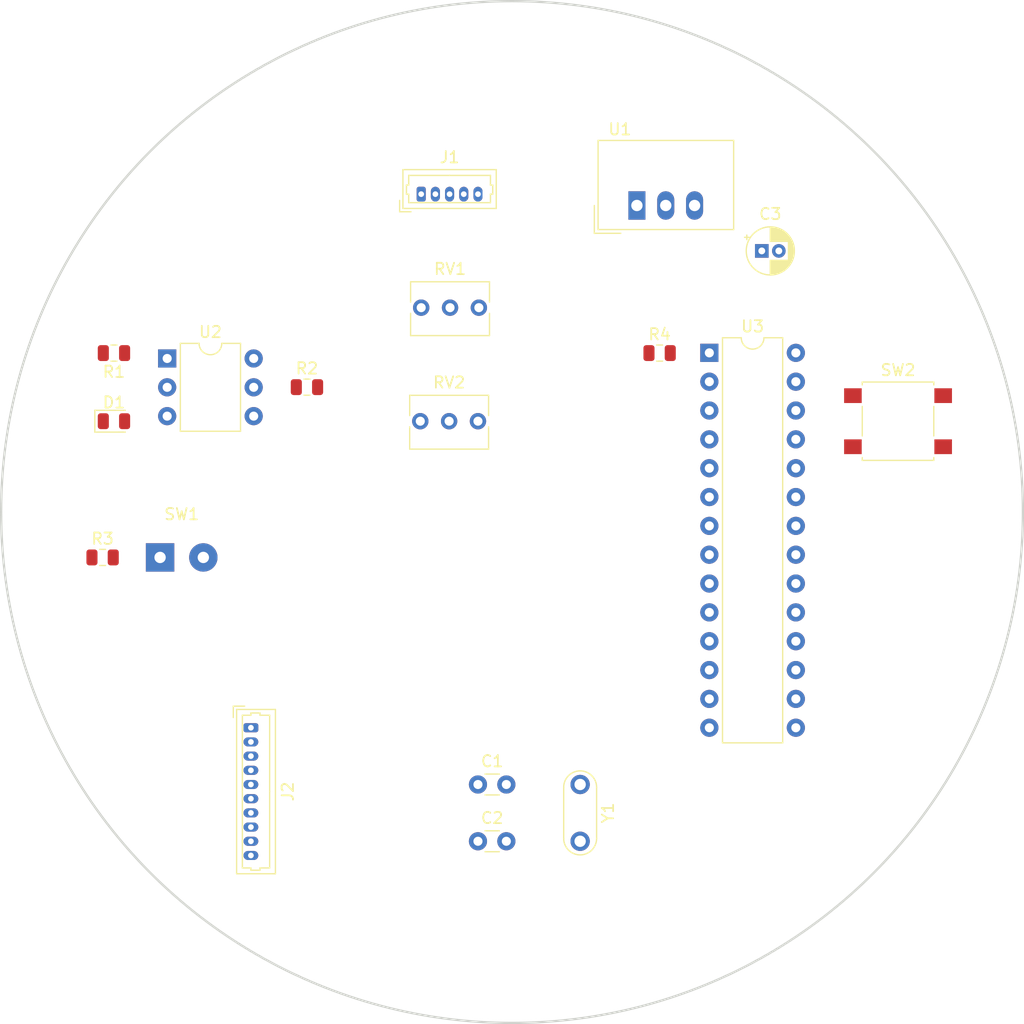
<source format=kicad_pcb>
(kicad_pcb (version 20171130) (host pcbnew "(5.0.1)-4")

  (general
    (thickness 1.6)
    (drawings 1)
    (tracks 0)
    (zones 0)
    (modules 18)
    (nets 23)
  )

  (page A4)
  (layers
    (0 F.Cu signal)
    (31 B.Cu signal)
    (32 B.Adhes user)
    (33 F.Adhes user)
    (34 B.Paste user)
    (35 F.Paste user)
    (36 B.SilkS user)
    (37 F.SilkS user)
    (38 B.Mask user)
    (39 F.Mask user)
    (40 Dwgs.User user)
    (41 Cmts.User user)
    (42 Eco1.User user)
    (43 Eco2.User user)
    (44 Edge.Cuts user)
    (45 Margin user)
    (46 B.CrtYd user)
    (47 F.CrtYd user)
    (48 B.Fab user)
    (49 F.Fab user)
  )

  (setup
    (last_trace_width 0.25)
    (trace_clearance 0.2)
    (zone_clearance 0.508)
    (zone_45_only no)
    (trace_min 0.2)
    (segment_width 0.2)
    (edge_width 0.15)
    (via_size 0.8)
    (via_drill 0.4)
    (via_min_size 0.4)
    (via_min_drill 0.3)
    (uvia_size 0.3)
    (uvia_drill 0.1)
    (uvias_allowed no)
    (uvia_min_size 0.2)
    (uvia_min_drill 0.1)
    (pcb_text_width 0.3)
    (pcb_text_size 1.5 1.5)
    (mod_edge_width 0.15)
    (mod_text_size 1 1)
    (mod_text_width 0.15)
    (pad_size 1.524 1.524)
    (pad_drill 0.762)
    (pad_to_mask_clearance 0.051)
    (solder_mask_min_width 0.25)
    (aux_axis_origin 0 0)
    (visible_elements 7FFFFFFF)
    (pcbplotparams
      (layerselection 0x010fc_ffffffff)
      (usegerberextensions false)
      (usegerberattributes false)
      (usegerberadvancedattributes false)
      (creategerberjobfile false)
      (excludeedgelayer true)
      (linewidth 0.100000)
      (plotframeref false)
      (viasonmask false)
      (mode 1)
      (useauxorigin false)
      (hpglpennumber 1)
      (hpglpenspeed 20)
      (hpglpendiameter 15.000000)
      (psnegative false)
      (psa4output false)
      (plotreference true)
      (plotvalue true)
      (plotinvisibletext false)
      (padsonsilk false)
      (subtractmaskfromsilk false)
      (outputformat 1)
      (mirror false)
      (drillshape 1)
      (scaleselection 1)
      (outputdirectory ""))
  )

  (net 0 "")
  (net 1 GND)
  (net 2 +5V)
  (net 3 +12V)
  (net 4 /OIL_TEMP)
  (net 5 /AFR)
  (net 6 /TACHO)
  (net 7 /STEP_1)
  (net 8 /STEP_2)
  (net 9 /STEP_3)
  (net 10 /STEP_4)
  (net 11 /XTAL1)
  (net 12 /XTAL2)
  (net 13 "Net-(D1-Pad1)")
  (net 14 "Net-(D1-Pad2)")
  (net 15 "Net-(R1-Pad1)")
  (net 16 /MODE_BUTTON)
  (net 17 /LCD_CS)
  (net 18 /LCD_RD)
  (net 19 /LCD_WR)
  (net 20 /LCD_DATA)
  (net 21 "Net-(R4-Pad2)")
  (net 22 /BATTERY_VOLTAGE)

  (net_class Default "This is the default net class."
    (clearance 0.2)
    (trace_width 0.25)
    (via_dia 0.8)
    (via_drill 0.4)
    (uvia_dia 0.3)
    (uvia_drill 0.1)
    (add_net +12V)
    (add_net +5V)
    (add_net /AFR)
    (add_net /BATTERY_VOLTAGE)
    (add_net /LCD_CS)
    (add_net /LCD_DATA)
    (add_net /LCD_RD)
    (add_net /LCD_WR)
    (add_net /MODE_BUTTON)
    (add_net /OIL_TEMP)
    (add_net /STEP_1)
    (add_net /STEP_2)
    (add_net /STEP_3)
    (add_net /STEP_4)
    (add_net /TACHO)
    (add_net /XTAL1)
    (add_net /XTAL2)
    (add_net GND)
    (add_net "Net-(D1-Pad1)")
    (add_net "Net-(D1-Pad2)")
    (add_net "Net-(R1-Pad1)")
    (add_net "Net-(R4-Pad2)")
  )

  (module Converter_DCDC:Converter_DCDC_TRACO_TSR-1_THT (layer F.Cu) (tedit 59FE1FB7) (tstamp 5CEAFCDE)
    (at 161 73)
    (descr "DCDC-Converter, TRACO, TSR 1-xxxx")
    (tags "DCDC-Converter TRACO TSR-1")
    (path /5CD27AA7)
    (fp_text reference U1 (at -1.5 -6.71) (layer F.SilkS)
      (effects (font (size 1 1) (thickness 0.15)))
    )
    (fp_text value TSR_1-2450 (at 2.5 3.25) (layer F.Fab)
      (effects (font (size 1 1) (thickness 0.15)))
    )
    (fp_text user %R (at 3 -3) (layer F.Fab)
      (effects (font (size 1 1) (thickness 0.15)))
    )
    (fp_line (start -3.75 2.45) (end -1.42 2.45) (layer F.SilkS) (width 0.12))
    (fp_line (start -3.75 0) (end -3.75 2.45) (layer F.SilkS) (width 0.12))
    (fp_line (start -3.3 1) (end -2.3 2) (layer F.Fab) (width 0.1))
    (fp_line (start -3.3 1) (end -3.3 -5.6) (layer F.Fab) (width 0.1))
    (fp_line (start 8.4 2) (end 8.4 -5.6) (layer F.Fab) (width 0.1))
    (fp_line (start -3.3 -5.6) (end 8.4 -5.6) (layer F.Fab) (width 0.1))
    (fp_line (start -3.55 2.25) (end -3.55 -5.85) (layer F.CrtYd) (width 0.05))
    (fp_line (start 8.65 2.25) (end -3.55 2.25) (layer F.CrtYd) (width 0.05))
    (fp_line (start 8.65 -5.85) (end 8.65 2.25) (layer F.CrtYd) (width 0.05))
    (fp_line (start -3.55 -5.85) (end 8.65 -5.85) (layer F.CrtYd) (width 0.05))
    (fp_line (start 8.52 2.12) (end -3.42 2.12) (layer F.SilkS) (width 0.12))
    (fp_line (start 8.52 -5.73) (end 8.52 2.12) (layer F.SilkS) (width 0.12))
    (fp_line (start -3.42 -5.73) (end 8.52 -5.73) (layer F.SilkS) (width 0.12))
    (fp_line (start -3.42 2.12) (end -3.42 -5.73) (layer F.SilkS) (width 0.12))
    (fp_line (start -2.3 2) (end 8.4 2) (layer F.Fab) (width 0.1))
    (pad 1 thru_hole rect (at 0 0) (size 1.5 2.5) (drill 1) (layers *.Cu *.Mask)
      (net 3 +12V))
    (pad 2 thru_hole oval (at 2.54 0) (size 1.5 2.5) (drill 1) (layers *.Cu *.Mask)
      (net 1 GND))
    (pad 3 thru_hole oval (at 5.08 0) (size 1.5 2.5) (drill 1) (layers *.Cu *.Mask)
      (net 2 +5V))
    (model ${KISYS3DMOD}/Converter_DCDC.3dshapes/Converter_DCDC_TRACO_TSR-1_THT.wrl
      (at (xyz 0 0 0))
      (scale (xyz 1 1 1))
      (rotate (xyz 0 0 0))
    )
  )

  (module Package_DIP:DIP-6_W7.62mm (layer F.Cu) (tedit 5A02E8C5) (tstamp 5CEAFCF8)
    (at 119.625001 86.475001)
    (descr "6-lead though-hole mounted DIP package, row spacing 7.62 mm (300 mils)")
    (tags "THT DIP DIL PDIP 2.54mm 7.62mm 300mil")
    (path /5CD27C48)
    (fp_text reference U2 (at 3.81 -2.33) (layer F.SilkS)
      (effects (font (size 1 1) (thickness 0.15)))
    )
    (fp_text value 4N25 (at 3.81 7.41) (layer F.Fab)
      (effects (font (size 1 1) (thickness 0.15)))
    )
    (fp_arc (start 3.81 -1.33) (end 2.81 -1.33) (angle -180) (layer F.SilkS) (width 0.12))
    (fp_line (start 1.635 -1.27) (end 6.985 -1.27) (layer F.Fab) (width 0.1))
    (fp_line (start 6.985 -1.27) (end 6.985 6.35) (layer F.Fab) (width 0.1))
    (fp_line (start 6.985 6.35) (end 0.635 6.35) (layer F.Fab) (width 0.1))
    (fp_line (start 0.635 6.35) (end 0.635 -0.27) (layer F.Fab) (width 0.1))
    (fp_line (start 0.635 -0.27) (end 1.635 -1.27) (layer F.Fab) (width 0.1))
    (fp_line (start 2.81 -1.33) (end 1.16 -1.33) (layer F.SilkS) (width 0.12))
    (fp_line (start 1.16 -1.33) (end 1.16 6.41) (layer F.SilkS) (width 0.12))
    (fp_line (start 1.16 6.41) (end 6.46 6.41) (layer F.SilkS) (width 0.12))
    (fp_line (start 6.46 6.41) (end 6.46 -1.33) (layer F.SilkS) (width 0.12))
    (fp_line (start 6.46 -1.33) (end 4.81 -1.33) (layer F.SilkS) (width 0.12))
    (fp_line (start -1.1 -1.55) (end -1.1 6.6) (layer F.CrtYd) (width 0.05))
    (fp_line (start -1.1 6.6) (end 8.7 6.6) (layer F.CrtYd) (width 0.05))
    (fp_line (start 8.7 6.6) (end 8.7 -1.55) (layer F.CrtYd) (width 0.05))
    (fp_line (start 8.7 -1.55) (end -1.1 -1.55) (layer F.CrtYd) (width 0.05))
    (fp_text user %R (at 3.81 2.54) (layer F.Fab)
      (effects (font (size 1 1) (thickness 0.15)))
    )
    (pad 1 thru_hole rect (at 0 0) (size 1.6 1.6) (drill 0.8) (layers *.Cu *.Mask)
      (net 15 "Net-(R1-Pad1)"))
    (pad 4 thru_hole oval (at 7.62 5.08) (size 1.6 1.6) (drill 0.8) (layers *.Cu *.Mask)
      (net 1 GND))
    (pad 2 thru_hole oval (at 0 2.54) (size 1.6 1.6) (drill 0.8) (layers *.Cu *.Mask)
      (net 14 "Net-(D1-Pad2)"))
    (pad 5 thru_hole oval (at 7.62 2.54) (size 1.6 1.6) (drill 0.8) (layers *.Cu *.Mask)
      (net 6 /TACHO))
    (pad 3 thru_hole oval (at 0 5.08) (size 1.6 1.6) (drill 0.8) (layers *.Cu *.Mask))
    (pad 6 thru_hole oval (at 7.62 0) (size 1.6 1.6) (drill 0.8) (layers *.Cu *.Mask))
    (model ${KISYS3DMOD}/Package_DIP.3dshapes/DIP-6_W7.62mm.wrl
      (at (xyz 0 0 0))
      (scale (xyz 1 1 1))
      (rotate (xyz 0 0 0))
    )
  )

  (module Package_DIP:DIP-28_W7.62mm (layer F.Cu) (tedit 5A02E8C5) (tstamp 5CE41264)
    (at 167.38 85.98)
    (descr "28-lead though-hole mounted DIP package, row spacing 7.62 mm (300 mils)")
    (tags "THT DIP DIL PDIP 2.54mm 7.62mm 300mil")
    (path /5CD29525)
    (fp_text reference U3 (at 3.81 -2.33) (layer F.SilkS)
      (effects (font (size 1 1) (thickness 0.15)))
    )
    (fp_text value ATmega328P-PU (at 3.81 35.35) (layer F.Fab)
      (effects (font (size 1 1) (thickness 0.15)))
    )
    (fp_arc (start 3.81 -1.33) (end 2.81 -1.33) (angle -180) (layer F.SilkS) (width 0.12))
    (fp_line (start 1.635 -1.27) (end 6.985 -1.27) (layer F.Fab) (width 0.1))
    (fp_line (start 6.985 -1.27) (end 6.985 34.29) (layer F.Fab) (width 0.1))
    (fp_line (start 6.985 34.29) (end 0.635 34.29) (layer F.Fab) (width 0.1))
    (fp_line (start 0.635 34.29) (end 0.635 -0.27) (layer F.Fab) (width 0.1))
    (fp_line (start 0.635 -0.27) (end 1.635 -1.27) (layer F.Fab) (width 0.1))
    (fp_line (start 2.81 -1.33) (end 1.16 -1.33) (layer F.SilkS) (width 0.12))
    (fp_line (start 1.16 -1.33) (end 1.16 34.35) (layer F.SilkS) (width 0.12))
    (fp_line (start 1.16 34.35) (end 6.46 34.35) (layer F.SilkS) (width 0.12))
    (fp_line (start 6.46 34.35) (end 6.46 -1.33) (layer F.SilkS) (width 0.12))
    (fp_line (start 6.46 -1.33) (end 4.81 -1.33) (layer F.SilkS) (width 0.12))
    (fp_line (start -1.1 -1.55) (end -1.1 34.55) (layer F.CrtYd) (width 0.05))
    (fp_line (start -1.1 34.55) (end 8.7 34.55) (layer F.CrtYd) (width 0.05))
    (fp_line (start 8.7 34.55) (end 8.7 -1.55) (layer F.CrtYd) (width 0.05))
    (fp_line (start 8.7 -1.55) (end -1.1 -1.55) (layer F.CrtYd) (width 0.05))
    (fp_text user %R (at 3.81 16.51) (layer F.Fab)
      (effects (font (size 1 1) (thickness 0.15)))
    )
    (pad 1 thru_hole rect (at 0 0) (size 1.6 1.6) (drill 0.8) (layers *.Cu *.Mask)
      (net 21 "Net-(R4-Pad2)"))
    (pad 15 thru_hole oval (at 7.62 33.02) (size 1.6 1.6) (drill 0.8) (layers *.Cu *.Mask)
      (net 22 /BATTERY_VOLTAGE))
    (pad 2 thru_hole oval (at 0 2.54) (size 1.6 1.6) (drill 0.8) (layers *.Cu *.Mask)
      (net 17 /LCD_CS))
    (pad 16 thru_hole oval (at 7.62 30.48) (size 1.6 1.6) (drill 0.8) (layers *.Cu *.Mask)
      (net 5 /AFR))
    (pad 3 thru_hole oval (at 0 5.08) (size 1.6 1.6) (drill 0.8) (layers *.Cu *.Mask)
      (net 18 /LCD_RD))
    (pad 17 thru_hole oval (at 7.62 27.94) (size 1.6 1.6) (drill 0.8) (layers *.Cu *.Mask)
      (net 6 /TACHO))
    (pad 4 thru_hole oval (at 0 7.62) (size 1.6 1.6) (drill 0.8) (layers *.Cu *.Mask)
      (net 19 /LCD_WR))
    (pad 18 thru_hole oval (at 7.62 25.4) (size 1.6 1.6) (drill 0.8) (layers *.Cu *.Mask)
      (net 4 /OIL_TEMP))
    (pad 5 thru_hole oval (at 0 10.16) (size 1.6 1.6) (drill 0.8) (layers *.Cu *.Mask)
      (net 20 /LCD_DATA))
    (pad 19 thru_hole oval (at 7.62 22.86) (size 1.6 1.6) (drill 0.8) (layers *.Cu *.Mask))
    (pad 6 thru_hole oval (at 0 12.7) (size 1.6 1.6) (drill 0.8) (layers *.Cu *.Mask))
    (pad 20 thru_hole oval (at 7.62 20.32) (size 1.6 1.6) (drill 0.8) (layers *.Cu *.Mask)
      (net 2 +5V))
    (pad 7 thru_hole oval (at 0 15.24) (size 1.6 1.6) (drill 0.8) (layers *.Cu *.Mask)
      (net 2 +5V))
    (pad 21 thru_hole oval (at 7.62 17.78) (size 1.6 1.6) (drill 0.8) (layers *.Cu *.Mask))
    (pad 8 thru_hole oval (at 0 17.78) (size 1.6 1.6) (drill 0.8) (layers *.Cu *.Mask)
      (net 1 GND))
    (pad 22 thru_hole oval (at 7.62 15.24) (size 1.6 1.6) (drill 0.8) (layers *.Cu *.Mask)
      (net 1 GND))
    (pad 9 thru_hole oval (at 0 20.32) (size 1.6 1.6) (drill 0.8) (layers *.Cu *.Mask)
      (net 11 /XTAL1))
    (pad 23 thru_hole oval (at 7.62 12.7) (size 1.6 1.6) (drill 0.8) (layers *.Cu *.Mask)
      (net 7 /STEP_1))
    (pad 10 thru_hole oval (at 0 22.86) (size 1.6 1.6) (drill 0.8) (layers *.Cu *.Mask)
      (net 12 /XTAL2))
    (pad 24 thru_hole oval (at 7.62 10.16) (size 1.6 1.6) (drill 0.8) (layers *.Cu *.Mask)
      (net 8 /STEP_2))
    (pad 11 thru_hole oval (at 0 25.4) (size 1.6 1.6) (drill 0.8) (layers *.Cu *.Mask))
    (pad 25 thru_hole oval (at 7.62 7.62) (size 1.6 1.6) (drill 0.8) (layers *.Cu *.Mask)
      (net 9 /STEP_3))
    (pad 12 thru_hole oval (at 0 27.94) (size 1.6 1.6) (drill 0.8) (layers *.Cu *.Mask))
    (pad 26 thru_hole oval (at 7.62 5.08) (size 1.6 1.6) (drill 0.8) (layers *.Cu *.Mask)
      (net 10 /STEP_4))
    (pad 13 thru_hole oval (at 0 30.48) (size 1.6 1.6) (drill 0.8) (layers *.Cu *.Mask))
    (pad 27 thru_hole oval (at 7.62 2.54) (size 1.6 1.6) (drill 0.8) (layers *.Cu *.Mask))
    (pad 14 thru_hole oval (at 0 33.02) (size 1.6 1.6) (drill 0.8) (layers *.Cu *.Mask)
      (net 16 /MODE_BUTTON))
    (pad 28 thru_hole oval (at 7.62 0) (size 1.6 1.6) (drill 0.8) (layers *.Cu *.Mask))
    (model ${KISYS3DMOD}/Package_DIP.3dshapes/DIP-28_W7.62mm.wrl
      (at (xyz 0 0 0))
      (scale (xyz 1 1 1))
      (rotate (xyz 0 0 0))
    )
  )

  (module Capacitor_THT:C_Disc_D3.0mm_W1.6mm_P2.50mm (layer F.Cu) (tedit 5AE50EF0) (tstamp 5CEB0951)
    (at 147 124)
    (descr "C, Disc series, Radial, pin pitch=2.50mm, , diameter*width=3.0*1.6mm^2, Capacitor, http://www.vishay.com/docs/45233/krseries.pdf")
    (tags "C Disc series Radial pin pitch 2.50mm  diameter 3.0mm width 1.6mm Capacitor")
    (path /5CD36078)
    (fp_text reference C1 (at 1.25 -2.05) (layer F.SilkS)
      (effects (font (size 1 1) (thickness 0.15)))
    )
    (fp_text value C_Small (at 1.25 2.05) (layer F.Fab)
      (effects (font (size 1 1) (thickness 0.15)))
    )
    (fp_line (start -0.25 -0.8) (end -0.25 0.8) (layer F.Fab) (width 0.1))
    (fp_line (start -0.25 0.8) (end 2.75 0.8) (layer F.Fab) (width 0.1))
    (fp_line (start 2.75 0.8) (end 2.75 -0.8) (layer F.Fab) (width 0.1))
    (fp_line (start 2.75 -0.8) (end -0.25 -0.8) (layer F.Fab) (width 0.1))
    (fp_line (start 0.621 -0.92) (end 1.879 -0.92) (layer F.SilkS) (width 0.12))
    (fp_line (start 0.621 0.92) (end 1.879 0.92) (layer F.SilkS) (width 0.12))
    (fp_line (start -1.05 -1.05) (end -1.05 1.05) (layer F.CrtYd) (width 0.05))
    (fp_line (start -1.05 1.05) (end 3.55 1.05) (layer F.CrtYd) (width 0.05))
    (fp_line (start 3.55 1.05) (end 3.55 -1.05) (layer F.CrtYd) (width 0.05))
    (fp_line (start 3.55 -1.05) (end -1.05 -1.05) (layer F.CrtYd) (width 0.05))
    (fp_text user %R (at 1.25 0) (layer F.Fab)
      (effects (font (size 0.6 0.6) (thickness 0.09)))
    )
    (pad 1 thru_hole circle (at 0 0) (size 1.6 1.6) (drill 0.8) (layers *.Cu *.Mask)
      (net 1 GND))
    (pad 2 thru_hole circle (at 2.5 0) (size 1.6 1.6) (drill 0.8) (layers *.Cu *.Mask)
      (net 11 /XTAL1))
    (model ${KISYS3DMOD}/Capacitor_THT.3dshapes/C_Disc_D3.0mm_W1.6mm_P2.50mm.wrl
      (at (xyz 0 0 0))
      (scale (xyz 1 1 1))
      (rotate (xyz 0 0 0))
    )
  )

  (module Capacitor_THT:C_Disc_D3.0mm_W1.6mm_P2.50mm (layer F.Cu) (tedit 5AE50EF0) (tstamp 5CEB0962)
    (at 147 129)
    (descr "C, Disc series, Radial, pin pitch=2.50mm, , diameter*width=3.0*1.6mm^2, Capacitor, http://www.vishay.com/docs/45233/krseries.pdf")
    (tags "C Disc series Radial pin pitch 2.50mm  diameter 3.0mm width 1.6mm Capacitor")
    (path /5CD35FFD)
    (fp_text reference C2 (at 1.25 -2.05) (layer F.SilkS)
      (effects (font (size 1 1) (thickness 0.15)))
    )
    (fp_text value C_Small (at 1.25 2.05) (layer F.Fab)
      (effects (font (size 1 1) (thickness 0.15)))
    )
    (fp_text user %R (at 1.25 0) (layer F.Fab)
      (effects (font (size 0.6 0.6) (thickness 0.09)))
    )
    (fp_line (start 3.55 -1.05) (end -1.05 -1.05) (layer F.CrtYd) (width 0.05))
    (fp_line (start 3.55 1.05) (end 3.55 -1.05) (layer F.CrtYd) (width 0.05))
    (fp_line (start -1.05 1.05) (end 3.55 1.05) (layer F.CrtYd) (width 0.05))
    (fp_line (start -1.05 -1.05) (end -1.05 1.05) (layer F.CrtYd) (width 0.05))
    (fp_line (start 0.621 0.92) (end 1.879 0.92) (layer F.SilkS) (width 0.12))
    (fp_line (start 0.621 -0.92) (end 1.879 -0.92) (layer F.SilkS) (width 0.12))
    (fp_line (start 2.75 -0.8) (end -0.25 -0.8) (layer F.Fab) (width 0.1))
    (fp_line (start 2.75 0.8) (end 2.75 -0.8) (layer F.Fab) (width 0.1))
    (fp_line (start -0.25 0.8) (end 2.75 0.8) (layer F.Fab) (width 0.1))
    (fp_line (start -0.25 -0.8) (end -0.25 0.8) (layer F.Fab) (width 0.1))
    (pad 2 thru_hole circle (at 2.5 0) (size 1.6 1.6) (drill 0.8) (layers *.Cu *.Mask)
      (net 12 /XTAL2))
    (pad 1 thru_hole circle (at 0 0) (size 1.6 1.6) (drill 0.8) (layers *.Cu *.Mask)
      (net 1 GND))
    (model ${KISYS3DMOD}/Capacitor_THT.3dshapes/C_Disc_D3.0mm_W1.6mm_P2.50mm.wrl
      (at (xyz 0 0 0))
      (scale (xyz 1 1 1))
      (rotate (xyz 0 0 0))
    )
  )

  (module LED_SMD:LED_0805_2012Metric (layer F.Cu) (tedit 5B36C52C) (tstamp 5CEB0975)
    (at 114.9375 92)
    (descr "LED SMD 0805 (2012 Metric), square (rectangular) end terminal, IPC_7351 nominal, (Body size source: https://docs.google.com/spreadsheets/d/1BsfQQcO9C6DZCsRaXUlFlo91Tg2WpOkGARC1WS5S8t0/edit?usp=sharing), generated with kicad-footprint-generator")
    (tags diode)
    (path /5CD2BDBD)
    (attr smd)
    (fp_text reference D1 (at 0 -1.65) (layer F.SilkS)
      (effects (font (size 1 1) (thickness 0.15)))
    )
    (fp_text value LED (at 0 1.65) (layer F.Fab)
      (effects (font (size 1 1) (thickness 0.15)))
    )
    (fp_line (start 1 -0.6) (end -0.7 -0.6) (layer F.Fab) (width 0.1))
    (fp_line (start -0.7 -0.6) (end -1 -0.3) (layer F.Fab) (width 0.1))
    (fp_line (start -1 -0.3) (end -1 0.6) (layer F.Fab) (width 0.1))
    (fp_line (start -1 0.6) (end 1 0.6) (layer F.Fab) (width 0.1))
    (fp_line (start 1 0.6) (end 1 -0.6) (layer F.Fab) (width 0.1))
    (fp_line (start 1 -0.96) (end -1.685 -0.96) (layer F.SilkS) (width 0.12))
    (fp_line (start -1.685 -0.96) (end -1.685 0.96) (layer F.SilkS) (width 0.12))
    (fp_line (start -1.685 0.96) (end 1 0.96) (layer F.SilkS) (width 0.12))
    (fp_line (start -1.68 0.95) (end -1.68 -0.95) (layer F.CrtYd) (width 0.05))
    (fp_line (start -1.68 -0.95) (end 1.68 -0.95) (layer F.CrtYd) (width 0.05))
    (fp_line (start 1.68 -0.95) (end 1.68 0.95) (layer F.CrtYd) (width 0.05))
    (fp_line (start 1.68 0.95) (end -1.68 0.95) (layer F.CrtYd) (width 0.05))
    (fp_text user %R (at 0 0) (layer F.Fab)
      (effects (font (size 0.5 0.5) (thickness 0.08)))
    )
    (pad 1 smd roundrect (at -0.9375 0) (size 0.975 1.4) (layers F.Cu F.Paste F.Mask) (roundrect_rratio 0.25)
      (net 13 "Net-(D1-Pad1)"))
    (pad 2 smd roundrect (at 0.9375 0) (size 0.975 1.4) (layers F.Cu F.Paste F.Mask) (roundrect_rratio 0.25)
      (net 14 "Net-(D1-Pad2)"))
    (model ${KISYS3DMOD}/LED_SMD.3dshapes/LED_0805_2012Metric.wrl
      (at (xyz 0 0 0))
      (scale (xyz 1 1 1))
      (rotate (xyz 0 0 0))
    )
  )

  (module Resistor_SMD:R_0805_2012Metric (layer F.Cu) (tedit 5B36C52B) (tstamp 5CEB09F4)
    (at 114.9375 86 180)
    (descr "Resistor SMD 0805 (2012 Metric), square (rectangular) end terminal, IPC_7351 nominal, (Body size source: https://docs.google.com/spreadsheets/d/1BsfQQcO9C6DZCsRaXUlFlo91Tg2WpOkGARC1WS5S8t0/edit?usp=sharing), generated with kicad-footprint-generator")
    (tags resistor)
    (path /5CD86B64)
    (attr smd)
    (fp_text reference R1 (at 0 -1.65 180) (layer F.SilkS)
      (effects (font (size 1 1) (thickness 0.15)))
    )
    (fp_text value R (at 0 1.65 180) (layer F.Fab)
      (effects (font (size 1 1) (thickness 0.15)))
    )
    (fp_line (start -1 0.6) (end -1 -0.6) (layer F.Fab) (width 0.1))
    (fp_line (start -1 -0.6) (end 1 -0.6) (layer F.Fab) (width 0.1))
    (fp_line (start 1 -0.6) (end 1 0.6) (layer F.Fab) (width 0.1))
    (fp_line (start 1 0.6) (end -1 0.6) (layer F.Fab) (width 0.1))
    (fp_line (start -0.258578 -0.71) (end 0.258578 -0.71) (layer F.SilkS) (width 0.12))
    (fp_line (start -0.258578 0.71) (end 0.258578 0.71) (layer F.SilkS) (width 0.12))
    (fp_line (start -1.68 0.95) (end -1.68 -0.95) (layer F.CrtYd) (width 0.05))
    (fp_line (start -1.68 -0.95) (end 1.68 -0.95) (layer F.CrtYd) (width 0.05))
    (fp_line (start 1.68 -0.95) (end 1.68 0.95) (layer F.CrtYd) (width 0.05))
    (fp_line (start 1.68 0.95) (end -1.68 0.95) (layer F.CrtYd) (width 0.05))
    (fp_text user %R (at 0 0 180) (layer F.Fab)
      (effects (font (size 0.5 0.5) (thickness 0.08)))
    )
    (pad 1 smd roundrect (at -0.9375 0 180) (size 0.975 1.4) (layers F.Cu F.Paste F.Mask) (roundrect_rratio 0.25)
      (net 15 "Net-(R1-Pad1)"))
    (pad 2 smd roundrect (at 0.9375 0 180) (size 0.975 1.4) (layers F.Cu F.Paste F.Mask) (roundrect_rratio 0.25)
      (net 3 +12V))
    (model ${KISYS3DMOD}/Resistor_SMD.3dshapes/R_0805_2012Metric.wrl
      (at (xyz 0 0 0))
      (scale (xyz 1 1 1))
      (rotate (xyz 0 0 0))
    )
  )

  (module Resistor_SMD:R_0805_2012Metric (layer F.Cu) (tedit 5B36C52B) (tstamp 5CEB0A05)
    (at 131.9375 89)
    (descr "Resistor SMD 0805 (2012 Metric), square (rectangular) end terminal, IPC_7351 nominal, (Body size source: https://docs.google.com/spreadsheets/d/1BsfQQcO9C6DZCsRaXUlFlo91Tg2WpOkGARC1WS5S8t0/edit?usp=sharing), generated with kicad-footprint-generator")
    (tags resistor)
    (path /5CE42008)
    (attr smd)
    (fp_text reference R2 (at 0 -1.65) (layer F.SilkS)
      (effects (font (size 1 1) (thickness 0.15)))
    )
    (fp_text value R (at 0 1.65) (layer F.Fab)
      (effects (font (size 1 1) (thickness 0.15)))
    )
    (fp_line (start -1 0.6) (end -1 -0.6) (layer F.Fab) (width 0.1))
    (fp_line (start -1 -0.6) (end 1 -0.6) (layer F.Fab) (width 0.1))
    (fp_line (start 1 -0.6) (end 1 0.6) (layer F.Fab) (width 0.1))
    (fp_line (start 1 0.6) (end -1 0.6) (layer F.Fab) (width 0.1))
    (fp_line (start -0.258578 -0.71) (end 0.258578 -0.71) (layer F.SilkS) (width 0.12))
    (fp_line (start -0.258578 0.71) (end 0.258578 0.71) (layer F.SilkS) (width 0.12))
    (fp_line (start -1.68 0.95) (end -1.68 -0.95) (layer F.CrtYd) (width 0.05))
    (fp_line (start -1.68 -0.95) (end 1.68 -0.95) (layer F.CrtYd) (width 0.05))
    (fp_line (start 1.68 -0.95) (end 1.68 0.95) (layer F.CrtYd) (width 0.05))
    (fp_line (start 1.68 0.95) (end -1.68 0.95) (layer F.CrtYd) (width 0.05))
    (fp_text user %R (at 0 0) (layer F.Fab)
      (effects (font (size 0.5 0.5) (thickness 0.08)))
    )
    (pad 1 smd roundrect (at -0.9375 0) (size 0.975 1.4) (layers F.Cu F.Paste F.Mask) (roundrect_rratio 0.25)
      (net 2 +5V))
    (pad 2 smd roundrect (at 0.9375 0) (size 0.975 1.4) (layers F.Cu F.Paste F.Mask) (roundrect_rratio 0.25)
      (net 6 /TACHO))
    (model ${KISYS3DMOD}/Resistor_SMD.3dshapes/R_0805_2012Metric.wrl
      (at (xyz 0 0 0))
      (scale (xyz 1 1 1))
      (rotate (xyz 0 0 0))
    )
  )

  (module Resistor_SMD:R_0805_2012Metric (layer F.Cu) (tedit 5B36C52B) (tstamp 5CEB0A16)
    (at 113.9375 104)
    (descr "Resistor SMD 0805 (2012 Metric), square (rectangular) end terminal, IPC_7351 nominal, (Body size source: https://docs.google.com/spreadsheets/d/1BsfQQcO9C6DZCsRaXUlFlo91Tg2WpOkGARC1WS5S8t0/edit?usp=sharing), generated with kicad-footprint-generator")
    (tags resistor)
    (path /5CDA529F)
    (attr smd)
    (fp_text reference R3 (at 0 -1.65) (layer F.SilkS)
      (effects (font (size 1 1) (thickness 0.15)))
    )
    (fp_text value R (at 0 1.65) (layer F.Fab)
      (effects (font (size 1 1) (thickness 0.15)))
    )
    (fp_text user %R (at 0 0) (layer F.Fab)
      (effects (font (size 0.5 0.5) (thickness 0.08)))
    )
    (fp_line (start 1.68 0.95) (end -1.68 0.95) (layer F.CrtYd) (width 0.05))
    (fp_line (start 1.68 -0.95) (end 1.68 0.95) (layer F.CrtYd) (width 0.05))
    (fp_line (start -1.68 -0.95) (end 1.68 -0.95) (layer F.CrtYd) (width 0.05))
    (fp_line (start -1.68 0.95) (end -1.68 -0.95) (layer F.CrtYd) (width 0.05))
    (fp_line (start -0.258578 0.71) (end 0.258578 0.71) (layer F.SilkS) (width 0.12))
    (fp_line (start -0.258578 -0.71) (end 0.258578 -0.71) (layer F.SilkS) (width 0.12))
    (fp_line (start 1 0.6) (end -1 0.6) (layer F.Fab) (width 0.1))
    (fp_line (start 1 -0.6) (end 1 0.6) (layer F.Fab) (width 0.1))
    (fp_line (start -1 -0.6) (end 1 -0.6) (layer F.Fab) (width 0.1))
    (fp_line (start -1 0.6) (end -1 -0.6) (layer F.Fab) (width 0.1))
    (pad 2 smd roundrect (at 0.9375 0) (size 0.975 1.4) (layers F.Cu F.Paste F.Mask) (roundrect_rratio 0.25)
      (net 16 /MODE_BUTTON))
    (pad 1 smd roundrect (at -0.9375 0) (size 0.975 1.4) (layers F.Cu F.Paste F.Mask) (roundrect_rratio 0.25)
      (net 2 +5V))
    (model ${KISYS3DMOD}/Resistor_SMD.3dshapes/R_0805_2012Metric.wrl
      (at (xyz 0 0 0))
      (scale (xyz 1 1 1))
      (rotate (xyz 0 0 0))
    )
  )

  (module Connector_Wire:SolderWirePad_1x02_P3.81mm_Drill1mm (layer F.Cu) (tedit 5AEE5F04) (tstamp 5CEB0A43)
    (at 119 104)
    (descr "Wire solder connection")
    (tags connector)
    (path /5CD2BCC1)
    (attr virtual)
    (fp_text reference SW1 (at 1.905 -3.81) (layer F.SilkS)
      (effects (font (size 1 1) (thickness 0.15)))
    )
    (fp_text value SW_Push (at 1.905 3.81) (layer F.Fab)
      (effects (font (size 1 1) (thickness 0.15)))
    )
    (fp_text user %R (at 1.905 0) (layer F.Fab)
      (effects (font (size 1 1) (thickness 0.15)))
    )
    (fp_line (start -1.74 -1.75) (end 5.56 -1.75) (layer F.CrtYd) (width 0.05))
    (fp_line (start -1.74 -1.75) (end -1.74 1.75) (layer F.CrtYd) (width 0.05))
    (fp_line (start 5.56 1.75) (end 5.56 -1.75) (layer F.CrtYd) (width 0.05))
    (fp_line (start 5.56 1.75) (end -1.74 1.75) (layer F.CrtYd) (width 0.05))
    (pad 1 thru_hole rect (at 0 0) (size 2.49936 2.49936) (drill 1.00076) (layers *.Cu *.Mask)
      (net 16 /MODE_BUTTON))
    (pad 2 thru_hole circle (at 3.81 0) (size 2.49936 2.49936) (drill 1.00076) (layers *.Cu *.Mask)
      (net 1 GND))
  )

  (module Crystal:Resonator-2Pin_W7.0mm_H2.5mm (layer F.Cu) (tedit 5A0FD1B2) (tstamp 5CEB0A5A)
    (at 156 124 270)
    (descr "Ceramic Resomator/Filter 7.0x2.5mm^2, length*width=7.0x2.5mm^2 package, package length=7.0mm, package width=2.5mm, 2 pins")
    (tags "THT ceramic resonator filter")
    (path /5CD34532)
    (fp_text reference Y1 (at 2.5 -2.45 270) (layer F.SilkS)
      (effects (font (size 1 1) (thickness 0.15)))
    )
    (fp_text value Crystal (at 2.5 2.45 270) (layer F.Fab)
      (effects (font (size 1 1) (thickness 0.15)))
    )
    (fp_text user %R (at 2.5 0 270) (layer F.Fab)
      (effects (font (size 1 1) (thickness 0.15)))
    )
    (fp_line (start 0.25 -1.25) (end 4.75 -1.25) (layer F.Fab) (width 0.1))
    (fp_line (start 0.25 1.25) (end 4.75 1.25) (layer F.Fab) (width 0.1))
    (fp_line (start 0.25 -1.25) (end 4.75 -1.25) (layer F.Fab) (width 0.1))
    (fp_line (start 0.25 1.25) (end 4.75 1.25) (layer F.Fab) (width 0.1))
    (fp_line (start 0.25 -1.45) (end 4.75 -1.45) (layer F.SilkS) (width 0.12))
    (fp_line (start 0.25 1.45) (end 4.75 1.45) (layer F.SilkS) (width 0.12))
    (fp_line (start -1.5 -1.7) (end -1.5 1.7) (layer F.CrtYd) (width 0.05))
    (fp_line (start -1.5 1.7) (end 6.5 1.7) (layer F.CrtYd) (width 0.05))
    (fp_line (start 6.5 1.7) (end 6.5 -1.7) (layer F.CrtYd) (width 0.05))
    (fp_line (start 6.5 -1.7) (end -1.5 -1.7) (layer F.CrtYd) (width 0.05))
    (fp_arc (start 0.25 0) (end 0.25 -1.25) (angle -180) (layer F.Fab) (width 0.1))
    (fp_arc (start 4.75 0) (end 4.75 -1.25) (angle 180) (layer F.Fab) (width 0.1))
    (fp_arc (start 0.25 0) (end 0.25 -1.25) (angle -180) (layer F.Fab) (width 0.1))
    (fp_arc (start 4.75 0) (end 4.75 -1.25) (angle 180) (layer F.Fab) (width 0.1))
    (fp_arc (start 0.25 0) (end 0.25 -1.45) (angle -180) (layer F.SilkS) (width 0.12))
    (fp_arc (start 4.75 0) (end 4.75 -1.45) (angle 180) (layer F.SilkS) (width 0.12))
    (pad 1 thru_hole circle (at 0 0 270) (size 1.7 1.7) (drill 1) (layers *.Cu *.Mask)
      (net 11 /XTAL1))
    (pad 2 thru_hole circle (at 5 0 270) (size 1.7 1.7) (drill 1) (layers *.Cu *.Mask)
      (net 12 /XTAL2))
    (model ${KISYS3DMOD}/Crystal.3dshapes/Resonator-2Pin_W7.0mm_H2.5mm.wrl
      (at (xyz 0 0 0))
      (scale (xyz 1 1 1))
      (rotate (xyz 0 0 0))
    )
  )

  (module Connector_Molex:Molex_PicoBlade_53047-1010_1x05_P1.25mm_Vertical (layer F.Cu) (tedit 5B783167) (tstamp 5CE40A37)
    (at 142 72)
    (descr "Molex PicoBlade Connector System, 53047-1010, 5 Pins per row (http://www.molex.com/pdm_docs/sd/530470610_sd.pdf), generated with kicad-footprint-generator")
    (tags "connector Molex PicoBlade side entry")
    (path /5CD89E4C)
    (fp_text reference J1 (at 2.5 -3.25) (layer F.SilkS)
      (effects (font (size 1 1) (thickness 0.15)))
    )
    (fp_text value Conn_01x05 (at 2.5 2.35) (layer F.Fab)
      (effects (font (size 1 1) (thickness 0.15)))
    )
    (fp_line (start -1.5 -2.05) (end -1.5 1.15) (layer F.Fab) (width 0.1))
    (fp_line (start -1.5 1.15) (end 6.5 1.15) (layer F.Fab) (width 0.1))
    (fp_line (start 6.5 1.15) (end 6.5 -2.05) (layer F.Fab) (width 0.1))
    (fp_line (start 6.5 -2.05) (end -1.5 -2.05) (layer F.Fab) (width 0.1))
    (fp_line (start -1.61 -2.16) (end -1.61 1.26) (layer F.SilkS) (width 0.12))
    (fp_line (start -1.61 1.26) (end 6.61 1.26) (layer F.SilkS) (width 0.12))
    (fp_line (start 6.61 1.26) (end 6.61 -2.16) (layer F.SilkS) (width 0.12))
    (fp_line (start 6.61 -2.16) (end -1.61 -2.16) (layer F.SilkS) (width 0.12))
    (fp_line (start 2.5 0.75) (end -1.1 0.75) (layer F.SilkS) (width 0.12))
    (fp_line (start -1.1 0.75) (end -1.1 0) (layer F.SilkS) (width 0.12))
    (fp_line (start -1.1 0) (end -1.3 0) (layer F.SilkS) (width 0.12))
    (fp_line (start -1.3 0) (end -1.3 -0.8) (layer F.SilkS) (width 0.12))
    (fp_line (start -1.3 -0.8) (end -1.1 -0.8) (layer F.SilkS) (width 0.12))
    (fp_line (start -1.1 -0.8) (end -1.1 -1.65) (layer F.SilkS) (width 0.12))
    (fp_line (start -1.1 -1.65) (end 2.5 -1.65) (layer F.SilkS) (width 0.12))
    (fp_line (start 2.5 0.75) (end 6.1 0.75) (layer F.SilkS) (width 0.12))
    (fp_line (start 6.1 0.75) (end 6.1 0) (layer F.SilkS) (width 0.12))
    (fp_line (start 6.1 0) (end 6.3 0) (layer F.SilkS) (width 0.12))
    (fp_line (start 6.3 0) (end 6.3 -0.8) (layer F.SilkS) (width 0.12))
    (fp_line (start 6.3 -0.8) (end 6.1 -0.8) (layer F.SilkS) (width 0.12))
    (fp_line (start 6.1 -0.8) (end 6.1 -1.65) (layer F.SilkS) (width 0.12))
    (fp_line (start 6.1 -1.65) (end 2.5 -1.65) (layer F.SilkS) (width 0.12))
    (fp_line (start -1.9 1.55) (end -1.9 0.55) (layer F.SilkS) (width 0.12))
    (fp_line (start -1.9 1.55) (end -0.9 1.55) (layer F.SilkS) (width 0.12))
    (fp_line (start -0.5 1.15) (end 0 0.442893) (layer F.Fab) (width 0.1))
    (fp_line (start 0 0.442893) (end 0.5 1.15) (layer F.Fab) (width 0.1))
    (fp_line (start -2 -2.55) (end -2 1.65) (layer F.CrtYd) (width 0.05))
    (fp_line (start -2 1.65) (end 7 1.65) (layer F.CrtYd) (width 0.05))
    (fp_line (start 7 1.65) (end 7 -2.55) (layer F.CrtYd) (width 0.05))
    (fp_line (start 7 -2.55) (end -2 -2.55) (layer F.CrtYd) (width 0.05))
    (fp_text user %R (at 2.5 -1.35) (layer F.Fab)
      (effects (font (size 1 1) (thickness 0.15)))
    )
    (pad 1 thru_hole roundrect (at 0 0) (size 0.8 1.3) (drill 0.5) (layers *.Cu *.Mask) (roundrect_rratio 0.25)
      (net 1 GND))
    (pad 2 thru_hole oval (at 1.25 0) (size 0.8 1.3) (drill 0.5) (layers *.Cu *.Mask)
      (net 3 +12V))
    (pad 3 thru_hole oval (at 2.5 0) (size 0.8 1.3) (drill 0.5) (layers *.Cu *.Mask)
      (net 13 "Net-(D1-Pad1)"))
    (pad 4 thru_hole oval (at 3.75 0) (size 0.8 1.3) (drill 0.5) (layers *.Cu *.Mask)
      (net 5 /AFR))
    (pad 5 thru_hole oval (at 5 0) (size 0.8 1.3) (drill 0.5) (layers *.Cu *.Mask)
      (net 4 /OIL_TEMP))
    (model ${KISYS3DMOD}/Connector_Molex.3dshapes/Molex_PicoBlade_53047-1010_1x05_P1.25mm_Vertical.wrl
      (at (xyz 0 0 0))
      (scale (xyz 1 1 1))
      (rotate (xyz 0 0 0))
    )
  )

  (module Connector_Molex:Molex_PicoBlade_53047-2010_1x10_P1.25mm_Vertical (layer F.Cu) (tedit 5B783167) (tstamp 5CE40A5E)
    (at 127 119 270)
    (descr "Molex PicoBlade Connector System, 53047-2010, 10 Pins per row (http://www.molex.com/pdm_docs/sd/530470610_sd.pdf), generated with kicad-footprint-generator")
    (tags "connector Molex PicoBlade side entry")
    (path /5CD896CC)
    (fp_text reference J2 (at 5.62 -3.25 270) (layer F.SilkS)
      (effects (font (size 1 1) (thickness 0.15)))
    )
    (fp_text value Conn_01x10 (at 5.62 2.35 270) (layer F.Fab)
      (effects (font (size 1 1) (thickness 0.15)))
    )
    (fp_line (start -1.5 -2.05) (end -1.5 1.15) (layer F.Fab) (width 0.1))
    (fp_line (start -1.5 1.15) (end 12.75 1.15) (layer F.Fab) (width 0.1))
    (fp_line (start 12.75 1.15) (end 12.75 -2.05) (layer F.Fab) (width 0.1))
    (fp_line (start 12.75 -2.05) (end -1.5 -2.05) (layer F.Fab) (width 0.1))
    (fp_line (start -1.61 -2.16) (end -1.61 1.26) (layer F.SilkS) (width 0.12))
    (fp_line (start -1.61 1.26) (end 12.86 1.26) (layer F.SilkS) (width 0.12))
    (fp_line (start 12.86 1.26) (end 12.86 -2.16) (layer F.SilkS) (width 0.12))
    (fp_line (start 12.86 -2.16) (end -1.61 -2.16) (layer F.SilkS) (width 0.12))
    (fp_line (start 5.625 0.75) (end -1.1 0.75) (layer F.SilkS) (width 0.12))
    (fp_line (start -1.1 0.75) (end -1.1 0) (layer F.SilkS) (width 0.12))
    (fp_line (start -1.1 0) (end -1.3 0) (layer F.SilkS) (width 0.12))
    (fp_line (start -1.3 0) (end -1.3 -0.8) (layer F.SilkS) (width 0.12))
    (fp_line (start -1.3 -0.8) (end -1.1 -0.8) (layer F.SilkS) (width 0.12))
    (fp_line (start -1.1 -0.8) (end -1.1 -1.65) (layer F.SilkS) (width 0.12))
    (fp_line (start -1.1 -1.65) (end 5.625 -1.65) (layer F.SilkS) (width 0.12))
    (fp_line (start 5.625 0.75) (end 12.35 0.75) (layer F.SilkS) (width 0.12))
    (fp_line (start 12.35 0.75) (end 12.35 0) (layer F.SilkS) (width 0.12))
    (fp_line (start 12.35 0) (end 12.55 0) (layer F.SilkS) (width 0.12))
    (fp_line (start 12.55 0) (end 12.55 -0.8) (layer F.SilkS) (width 0.12))
    (fp_line (start 12.55 -0.8) (end 12.35 -0.8) (layer F.SilkS) (width 0.12))
    (fp_line (start 12.35 -0.8) (end 12.35 -1.65) (layer F.SilkS) (width 0.12))
    (fp_line (start 12.35 -1.65) (end 5.625 -1.65) (layer F.SilkS) (width 0.12))
    (fp_line (start -1.9 1.55) (end -1.9 0.55) (layer F.SilkS) (width 0.12))
    (fp_line (start -1.9 1.55) (end -0.9 1.55) (layer F.SilkS) (width 0.12))
    (fp_line (start -0.5 1.15) (end 0 0.442893) (layer F.Fab) (width 0.1))
    (fp_line (start 0 0.442893) (end 0.5 1.15) (layer F.Fab) (width 0.1))
    (fp_line (start -2 -2.55) (end -2 1.65) (layer F.CrtYd) (width 0.05))
    (fp_line (start -2 1.65) (end 13.25 1.65) (layer F.CrtYd) (width 0.05))
    (fp_line (start 13.25 1.65) (end 13.25 -2.55) (layer F.CrtYd) (width 0.05))
    (fp_line (start 13.25 -2.55) (end -2 -2.55) (layer F.CrtYd) (width 0.05))
    (fp_text user %R (at 5.62 -1.35 270) (layer F.Fab)
      (effects (font (size 1 1) (thickness 0.15)))
    )
    (pad 1 thru_hole roundrect (at 0 0 270) (size 0.8 1.3) (drill 0.5) (layers *.Cu *.Mask) (roundrect_rratio 0.25)
      (net 2 +5V))
    (pad 2 thru_hole oval (at 1.25 0 270) (size 0.8 1.3) (drill 0.5) (layers *.Cu *.Mask)
      (net 1 GND))
    (pad 3 thru_hole oval (at 2.5 0 270) (size 0.8 1.3) (drill 0.5) (layers *.Cu *.Mask)
      (net 17 /LCD_CS))
    (pad 4 thru_hole oval (at 3.75 0 270) (size 0.8 1.3) (drill 0.5) (layers *.Cu *.Mask)
      (net 18 /LCD_RD))
    (pad 5 thru_hole oval (at 5 0 270) (size 0.8 1.3) (drill 0.5) (layers *.Cu *.Mask)
      (net 19 /LCD_WR))
    (pad 6 thru_hole oval (at 6.25 0 270) (size 0.8 1.3) (drill 0.5) (layers *.Cu *.Mask)
      (net 20 /LCD_DATA))
    (pad 7 thru_hole oval (at 7.5 0 270) (size 0.8 1.3) (drill 0.5) (layers *.Cu *.Mask)
      (net 7 /STEP_1))
    (pad 8 thru_hole oval (at 8.75 0 270) (size 0.8 1.3) (drill 0.5) (layers *.Cu *.Mask)
      (net 8 /STEP_2))
    (pad 9 thru_hole oval (at 10 0 270) (size 0.8 1.3) (drill 0.5) (layers *.Cu *.Mask)
      (net 9 /STEP_3))
    (pad 10 thru_hole oval (at 11.25 0 270) (size 0.8 1.3) (drill 0.5) (layers *.Cu *.Mask)
      (net 10 /STEP_4))
    (model ${KISYS3DMOD}/Connector_Molex.3dshapes/Molex_PicoBlade_53047-2010_1x10_P1.25mm_Vertical.wrl
      (at (xyz 0 0 0))
      (scale (xyz 1 1 1))
      (rotate (xyz 0 0 0))
    )
  )

  (module Resistor_SMD:R_0805_2012Metric (layer F.Cu) (tedit 5B36C52B) (tstamp 5CE40A8A)
    (at 163 86)
    (descr "Resistor SMD 0805 (2012 Metric), square (rectangular) end terminal, IPC_7351 nominal, (Body size source: https://docs.google.com/spreadsheets/d/1BsfQQcO9C6DZCsRaXUlFlo91Tg2WpOkGARC1WS5S8t0/edit?usp=sharing), generated with kicad-footprint-generator")
    (tags resistor)
    (path /5CD838BE)
    (attr smd)
    (fp_text reference R4 (at 0 -1.65) (layer F.SilkS)
      (effects (font (size 1 1) (thickness 0.15)))
    )
    (fp_text value R (at 0 1.65) (layer F.Fab)
      (effects (font (size 1 1) (thickness 0.15)))
    )
    (fp_line (start -1 0.6) (end -1 -0.6) (layer F.Fab) (width 0.1))
    (fp_line (start -1 -0.6) (end 1 -0.6) (layer F.Fab) (width 0.1))
    (fp_line (start 1 -0.6) (end 1 0.6) (layer F.Fab) (width 0.1))
    (fp_line (start 1 0.6) (end -1 0.6) (layer F.Fab) (width 0.1))
    (fp_line (start -0.258578 -0.71) (end 0.258578 -0.71) (layer F.SilkS) (width 0.12))
    (fp_line (start -0.258578 0.71) (end 0.258578 0.71) (layer F.SilkS) (width 0.12))
    (fp_line (start -1.68 0.95) (end -1.68 -0.95) (layer F.CrtYd) (width 0.05))
    (fp_line (start -1.68 -0.95) (end 1.68 -0.95) (layer F.CrtYd) (width 0.05))
    (fp_line (start 1.68 -0.95) (end 1.68 0.95) (layer F.CrtYd) (width 0.05))
    (fp_line (start 1.68 0.95) (end -1.68 0.95) (layer F.CrtYd) (width 0.05))
    (fp_text user %R (at 0 0) (layer F.Fab)
      (effects (font (size 0.5 0.5) (thickness 0.08)))
    )
    (pad 1 smd roundrect (at -0.9375 0) (size 0.975 1.4) (layers F.Cu F.Paste F.Mask) (roundrect_rratio 0.25)
      (net 2 +5V))
    (pad 2 smd roundrect (at 0.9375 0) (size 0.975 1.4) (layers F.Cu F.Paste F.Mask) (roundrect_rratio 0.25)
      (net 21 "Net-(R4-Pad2)"))
    (model ${KISYS3DMOD}/Resistor_SMD.3dshapes/R_0805_2012Metric.wrl
      (at (xyz 0 0 0))
      (scale (xyz 1 1 1))
      (rotate (xyz 0 0 0))
    )
  )

  (module Capacitor_THT:CP_Radial_D4.0mm_P1.50mm (layer F.Cu) (tedit 5AE50EF0) (tstamp 5CE40F32)
    (at 172 77)
    (descr "CP, Radial series, Radial, pin pitch=1.50mm, , diameter=4mm, Electrolytic Capacitor")
    (tags "CP Radial series Radial pin pitch 1.50mm  diameter 4mm Electrolytic Capacitor")
    (path /5CD87D8B)
    (fp_text reference C3 (at 0.75 -3.25) (layer F.SilkS)
      (effects (font (size 1 1) (thickness 0.15)))
    )
    (fp_text value CP (at 0.75 3.25) (layer F.Fab)
      (effects (font (size 1 1) (thickness 0.15)))
    )
    (fp_circle (center 0.75 0) (end 2.75 0) (layer F.Fab) (width 0.1))
    (fp_circle (center 0.75 0) (end 2.87 0) (layer F.SilkS) (width 0.12))
    (fp_circle (center 0.75 0) (end 3 0) (layer F.CrtYd) (width 0.05))
    (fp_line (start -0.952554 -0.8675) (end -0.552554 -0.8675) (layer F.Fab) (width 0.1))
    (fp_line (start -0.752554 -1.0675) (end -0.752554 -0.6675) (layer F.Fab) (width 0.1))
    (fp_line (start 0.75 0.84) (end 0.75 2.08) (layer F.SilkS) (width 0.12))
    (fp_line (start 0.75 -2.08) (end 0.75 -0.84) (layer F.SilkS) (width 0.12))
    (fp_line (start 0.79 0.84) (end 0.79 2.08) (layer F.SilkS) (width 0.12))
    (fp_line (start 0.79 -2.08) (end 0.79 -0.84) (layer F.SilkS) (width 0.12))
    (fp_line (start 0.83 0.84) (end 0.83 2.079) (layer F.SilkS) (width 0.12))
    (fp_line (start 0.83 -2.079) (end 0.83 -0.84) (layer F.SilkS) (width 0.12))
    (fp_line (start 0.87 -2.077) (end 0.87 -0.84) (layer F.SilkS) (width 0.12))
    (fp_line (start 0.87 0.84) (end 0.87 2.077) (layer F.SilkS) (width 0.12))
    (fp_line (start 0.91 -2.074) (end 0.91 -0.84) (layer F.SilkS) (width 0.12))
    (fp_line (start 0.91 0.84) (end 0.91 2.074) (layer F.SilkS) (width 0.12))
    (fp_line (start 0.95 -2.071) (end 0.95 -0.84) (layer F.SilkS) (width 0.12))
    (fp_line (start 0.95 0.84) (end 0.95 2.071) (layer F.SilkS) (width 0.12))
    (fp_line (start 0.99 -2.067) (end 0.99 -0.84) (layer F.SilkS) (width 0.12))
    (fp_line (start 0.99 0.84) (end 0.99 2.067) (layer F.SilkS) (width 0.12))
    (fp_line (start 1.03 -2.062) (end 1.03 -0.84) (layer F.SilkS) (width 0.12))
    (fp_line (start 1.03 0.84) (end 1.03 2.062) (layer F.SilkS) (width 0.12))
    (fp_line (start 1.07 -2.056) (end 1.07 -0.84) (layer F.SilkS) (width 0.12))
    (fp_line (start 1.07 0.84) (end 1.07 2.056) (layer F.SilkS) (width 0.12))
    (fp_line (start 1.11 -2.05) (end 1.11 -0.84) (layer F.SilkS) (width 0.12))
    (fp_line (start 1.11 0.84) (end 1.11 2.05) (layer F.SilkS) (width 0.12))
    (fp_line (start 1.15 -2.042) (end 1.15 -0.84) (layer F.SilkS) (width 0.12))
    (fp_line (start 1.15 0.84) (end 1.15 2.042) (layer F.SilkS) (width 0.12))
    (fp_line (start 1.19 -2.034) (end 1.19 -0.84) (layer F.SilkS) (width 0.12))
    (fp_line (start 1.19 0.84) (end 1.19 2.034) (layer F.SilkS) (width 0.12))
    (fp_line (start 1.23 -2.025) (end 1.23 -0.84) (layer F.SilkS) (width 0.12))
    (fp_line (start 1.23 0.84) (end 1.23 2.025) (layer F.SilkS) (width 0.12))
    (fp_line (start 1.27 -2.016) (end 1.27 -0.84) (layer F.SilkS) (width 0.12))
    (fp_line (start 1.27 0.84) (end 1.27 2.016) (layer F.SilkS) (width 0.12))
    (fp_line (start 1.31 -2.005) (end 1.31 -0.84) (layer F.SilkS) (width 0.12))
    (fp_line (start 1.31 0.84) (end 1.31 2.005) (layer F.SilkS) (width 0.12))
    (fp_line (start 1.35 -1.994) (end 1.35 -0.84) (layer F.SilkS) (width 0.12))
    (fp_line (start 1.35 0.84) (end 1.35 1.994) (layer F.SilkS) (width 0.12))
    (fp_line (start 1.39 -1.982) (end 1.39 -0.84) (layer F.SilkS) (width 0.12))
    (fp_line (start 1.39 0.84) (end 1.39 1.982) (layer F.SilkS) (width 0.12))
    (fp_line (start 1.43 -1.968) (end 1.43 -0.84) (layer F.SilkS) (width 0.12))
    (fp_line (start 1.43 0.84) (end 1.43 1.968) (layer F.SilkS) (width 0.12))
    (fp_line (start 1.471 -1.954) (end 1.471 -0.84) (layer F.SilkS) (width 0.12))
    (fp_line (start 1.471 0.84) (end 1.471 1.954) (layer F.SilkS) (width 0.12))
    (fp_line (start 1.511 -1.94) (end 1.511 -0.84) (layer F.SilkS) (width 0.12))
    (fp_line (start 1.511 0.84) (end 1.511 1.94) (layer F.SilkS) (width 0.12))
    (fp_line (start 1.551 -1.924) (end 1.551 -0.84) (layer F.SilkS) (width 0.12))
    (fp_line (start 1.551 0.84) (end 1.551 1.924) (layer F.SilkS) (width 0.12))
    (fp_line (start 1.591 -1.907) (end 1.591 -0.84) (layer F.SilkS) (width 0.12))
    (fp_line (start 1.591 0.84) (end 1.591 1.907) (layer F.SilkS) (width 0.12))
    (fp_line (start 1.631 -1.889) (end 1.631 -0.84) (layer F.SilkS) (width 0.12))
    (fp_line (start 1.631 0.84) (end 1.631 1.889) (layer F.SilkS) (width 0.12))
    (fp_line (start 1.671 -1.87) (end 1.671 -0.84) (layer F.SilkS) (width 0.12))
    (fp_line (start 1.671 0.84) (end 1.671 1.87) (layer F.SilkS) (width 0.12))
    (fp_line (start 1.711 -1.851) (end 1.711 -0.84) (layer F.SilkS) (width 0.12))
    (fp_line (start 1.711 0.84) (end 1.711 1.851) (layer F.SilkS) (width 0.12))
    (fp_line (start 1.751 -1.83) (end 1.751 -0.84) (layer F.SilkS) (width 0.12))
    (fp_line (start 1.751 0.84) (end 1.751 1.83) (layer F.SilkS) (width 0.12))
    (fp_line (start 1.791 -1.808) (end 1.791 -0.84) (layer F.SilkS) (width 0.12))
    (fp_line (start 1.791 0.84) (end 1.791 1.808) (layer F.SilkS) (width 0.12))
    (fp_line (start 1.831 -1.785) (end 1.831 -0.84) (layer F.SilkS) (width 0.12))
    (fp_line (start 1.831 0.84) (end 1.831 1.785) (layer F.SilkS) (width 0.12))
    (fp_line (start 1.871 -1.76) (end 1.871 -0.84) (layer F.SilkS) (width 0.12))
    (fp_line (start 1.871 0.84) (end 1.871 1.76) (layer F.SilkS) (width 0.12))
    (fp_line (start 1.911 -1.735) (end 1.911 -0.84) (layer F.SilkS) (width 0.12))
    (fp_line (start 1.911 0.84) (end 1.911 1.735) (layer F.SilkS) (width 0.12))
    (fp_line (start 1.951 -1.708) (end 1.951 -0.84) (layer F.SilkS) (width 0.12))
    (fp_line (start 1.951 0.84) (end 1.951 1.708) (layer F.SilkS) (width 0.12))
    (fp_line (start 1.991 -1.68) (end 1.991 -0.84) (layer F.SilkS) (width 0.12))
    (fp_line (start 1.991 0.84) (end 1.991 1.68) (layer F.SilkS) (width 0.12))
    (fp_line (start 2.031 -1.65) (end 2.031 -0.84) (layer F.SilkS) (width 0.12))
    (fp_line (start 2.031 0.84) (end 2.031 1.65) (layer F.SilkS) (width 0.12))
    (fp_line (start 2.071 -1.619) (end 2.071 -0.84) (layer F.SilkS) (width 0.12))
    (fp_line (start 2.071 0.84) (end 2.071 1.619) (layer F.SilkS) (width 0.12))
    (fp_line (start 2.111 -1.587) (end 2.111 -0.84) (layer F.SilkS) (width 0.12))
    (fp_line (start 2.111 0.84) (end 2.111 1.587) (layer F.SilkS) (width 0.12))
    (fp_line (start 2.151 -1.552) (end 2.151 -0.84) (layer F.SilkS) (width 0.12))
    (fp_line (start 2.151 0.84) (end 2.151 1.552) (layer F.SilkS) (width 0.12))
    (fp_line (start 2.191 -1.516) (end 2.191 -0.84) (layer F.SilkS) (width 0.12))
    (fp_line (start 2.191 0.84) (end 2.191 1.516) (layer F.SilkS) (width 0.12))
    (fp_line (start 2.231 -1.478) (end 2.231 -0.84) (layer F.SilkS) (width 0.12))
    (fp_line (start 2.231 0.84) (end 2.231 1.478) (layer F.SilkS) (width 0.12))
    (fp_line (start 2.271 -1.438) (end 2.271 -0.84) (layer F.SilkS) (width 0.12))
    (fp_line (start 2.271 0.84) (end 2.271 1.438) (layer F.SilkS) (width 0.12))
    (fp_line (start 2.311 -1.396) (end 2.311 -0.84) (layer F.SilkS) (width 0.12))
    (fp_line (start 2.311 0.84) (end 2.311 1.396) (layer F.SilkS) (width 0.12))
    (fp_line (start 2.351 -1.351) (end 2.351 1.351) (layer F.SilkS) (width 0.12))
    (fp_line (start 2.391 -1.304) (end 2.391 1.304) (layer F.SilkS) (width 0.12))
    (fp_line (start 2.431 -1.254) (end 2.431 1.254) (layer F.SilkS) (width 0.12))
    (fp_line (start 2.471 -1.2) (end 2.471 1.2) (layer F.SilkS) (width 0.12))
    (fp_line (start 2.511 -1.142) (end 2.511 1.142) (layer F.SilkS) (width 0.12))
    (fp_line (start 2.551 -1.08) (end 2.551 1.08) (layer F.SilkS) (width 0.12))
    (fp_line (start 2.591 -1.013) (end 2.591 1.013) (layer F.SilkS) (width 0.12))
    (fp_line (start 2.631 -0.94) (end 2.631 0.94) (layer F.SilkS) (width 0.12))
    (fp_line (start 2.671 -0.859) (end 2.671 0.859) (layer F.SilkS) (width 0.12))
    (fp_line (start 2.711 -0.768) (end 2.711 0.768) (layer F.SilkS) (width 0.12))
    (fp_line (start 2.751 -0.664) (end 2.751 0.664) (layer F.SilkS) (width 0.12))
    (fp_line (start 2.791 -0.537) (end 2.791 0.537) (layer F.SilkS) (width 0.12))
    (fp_line (start 2.831 -0.37) (end 2.831 0.37) (layer F.SilkS) (width 0.12))
    (fp_line (start -1.519801 -1.195) (end -1.119801 -1.195) (layer F.SilkS) (width 0.12))
    (fp_line (start -1.319801 -1.395) (end -1.319801 -0.995) (layer F.SilkS) (width 0.12))
    (fp_text user %R (at 0.75 0) (layer F.Fab)
      (effects (font (size 0.8 0.8) (thickness 0.12)))
    )
    (pad 1 thru_hole rect (at 0 0) (size 1.2 1.2) (drill 0.6) (layers *.Cu *.Mask)
      (net 2 +5V))
    (pad 2 thru_hole circle (at 1.5 0) (size 1.2 1.2) (drill 0.6) (layers *.Cu *.Mask)
      (net 1 GND))
    (model ${KISYS3DMOD}/Capacitor_THT.3dshapes/CP_Radial_D4.0mm_P1.50mm.wrl
      (at (xyz 0 0 0))
      (scale (xyz 1 1 1))
      (rotate (xyz 0 0 0))
    )
  )

  (module Button_Switch_SMD:SW_SPST_B3S-1000 (layer F.Cu) (tedit 5A02FC95) (tstamp 5CE40F78)
    (at 184 92)
    (descr "Surface Mount Tactile Switch for High-Density Packaging")
    (tags "Tactile Switch")
    (path /5CD83EE6)
    (attr smd)
    (fp_text reference SW2 (at 0 -4.5) (layer F.SilkS)
      (effects (font (size 1 1) (thickness 0.15)))
    )
    (fp_text value SW_Push (at 0 4.5) (layer F.Fab)
      (effects (font (size 1 1) (thickness 0.15)))
    )
    (fp_text user %R (at 0 -4.5) (layer F.Fab)
      (effects (font (size 1 1) (thickness 0.15)))
    )
    (fp_line (start -5 3.7) (end 5 3.7) (layer F.CrtYd) (width 0.05))
    (fp_line (start 5 3.7) (end 5 -3.7) (layer F.CrtYd) (width 0.05))
    (fp_line (start 5 -3.7) (end -5 -3.7) (layer F.CrtYd) (width 0.05))
    (fp_line (start -5 -3.7) (end -5 3.7) (layer F.CrtYd) (width 0.05))
    (fp_line (start -3.15 -3.2) (end -3.15 -3.45) (layer F.SilkS) (width 0.12))
    (fp_line (start -3.15 -3.45) (end 3.15 -3.45) (layer F.SilkS) (width 0.12))
    (fp_line (start 3.15 -3.45) (end 3.15 -3.2) (layer F.SilkS) (width 0.12))
    (fp_line (start -3.15 1.3) (end -3.15 -1.3) (layer F.SilkS) (width 0.12))
    (fp_line (start 3.15 3.2) (end 3.15 3.45) (layer F.SilkS) (width 0.12))
    (fp_line (start 3.15 3.45) (end -3.15 3.45) (layer F.SilkS) (width 0.12))
    (fp_line (start -3.15 3.45) (end -3.15 3.2) (layer F.SilkS) (width 0.12))
    (fp_line (start 3.15 -1.3) (end 3.15 1.3) (layer F.SilkS) (width 0.12))
    (fp_circle (center 0 0) (end 1.65 0) (layer F.Fab) (width 0.1))
    (fp_line (start -3 -3.3) (end 3 -3.3) (layer F.Fab) (width 0.1))
    (fp_line (start 3 -3.3) (end 3 3.3) (layer F.Fab) (width 0.1))
    (fp_line (start 3 3.3) (end -3 3.3) (layer F.Fab) (width 0.1))
    (fp_line (start -3 3.3) (end -3 -3.3) (layer F.Fab) (width 0.1))
    (pad 1 smd rect (at -3.975 -2.25) (size 1.55 1.3) (layers F.Cu F.Paste F.Mask)
      (net 21 "Net-(R4-Pad2)"))
    (pad 1 smd rect (at 3.975 -2.25) (size 1.55 1.3) (layers F.Cu F.Paste F.Mask)
      (net 21 "Net-(R4-Pad2)"))
    (pad 2 smd rect (at -3.975 2.25) (size 1.55 1.3) (layers F.Cu F.Paste F.Mask)
      (net 1 GND))
    (pad 2 smd rect (at 3.975 2.25) (size 1.55 1.3) (layers F.Cu F.Paste F.Mask)
      (net 1 GND))
    (model ${KISYS3DMOD}/Button_Switch_SMD.3dshapes/SW_SPST_B3S-1000.wrl
      (at (xyz 0 0 0))
      (scale (xyz 1 1 1))
      (rotate (xyz 0 0 0))
    )
  )

  (module Potentiometer_THT:Potentiometer_Bourns_3266Y_Vertical (layer F.Cu) (tedit 5A3D4994) (tstamp 5CE41146)
    (at 147.08 82)
    (descr "Potentiometer, vertical, Bourns 3266Y, https://www.bourns.com/docs/Product-Datasheets/3266.pdf")
    (tags "Potentiometer vertical Bourns 3266Y")
    (path /5CD7A5B6)
    (fp_text reference RV1 (at -2.54 -3.41) (layer F.SilkS)
      (effects (font (size 1 1) (thickness 0.15)))
    )
    (fp_text value R_POT (at -2.54 3.59) (layer F.Fab)
      (effects (font (size 1 1) (thickness 0.15)))
    )
    (fp_circle (center -0.405 1.07) (end 0.485 1.07) (layer F.Fab) (width 0.1))
    (fp_line (start -5.895 -2.16) (end -5.895 2.34) (layer F.Fab) (width 0.1))
    (fp_line (start -5.895 2.34) (end 0.815 2.34) (layer F.Fab) (width 0.1))
    (fp_line (start 0.815 2.34) (end 0.815 -2.16) (layer F.Fab) (width 0.1))
    (fp_line (start 0.815 -2.16) (end -5.895 -2.16) (layer F.Fab) (width 0.1))
    (fp_line (start -0.405 1.952) (end -0.404 0.189) (layer F.Fab) (width 0.1))
    (fp_line (start -0.405 1.952) (end -0.404 0.189) (layer F.Fab) (width 0.1))
    (fp_line (start -6.015 -2.28) (end 0.935 -2.28) (layer F.SilkS) (width 0.12))
    (fp_line (start -6.015 2.46) (end 0.935 2.46) (layer F.SilkS) (width 0.12))
    (fp_line (start -6.015 -2.28) (end -6.015 -0.494) (layer F.SilkS) (width 0.12))
    (fp_line (start -6.015 0.496) (end -6.015 2.46) (layer F.SilkS) (width 0.12))
    (fp_line (start 0.935 -2.28) (end 0.935 -0.494) (layer F.SilkS) (width 0.12))
    (fp_line (start 0.935 0.496) (end 0.935 2.46) (layer F.SilkS) (width 0.12))
    (fp_line (start -6.15 -2.45) (end -6.15 2.6) (layer F.CrtYd) (width 0.05))
    (fp_line (start -6.15 2.6) (end 1.1 2.6) (layer F.CrtYd) (width 0.05))
    (fp_line (start 1.1 2.6) (end 1.1 -2.45) (layer F.CrtYd) (width 0.05))
    (fp_line (start 1.1 -2.45) (end -6.15 -2.45) (layer F.CrtYd) (width 0.05))
    (fp_text user %R (at -3.15 0.09) (layer F.Fab)
      (effects (font (size 0.92 0.92) (thickness 0.15)))
    )
    (pad 1 thru_hole circle (at 0 0) (size 1.44 1.44) (drill 0.8) (layers *.Cu *.Mask))
    (pad 2 thru_hole circle (at -2.54 0) (size 1.44 1.44) (drill 0.8) (layers *.Cu *.Mask)
      (net 4 /OIL_TEMP))
    (pad 3 thru_hole circle (at -5.08 0) (size 1.44 1.44) (drill 0.8) (layers *.Cu *.Mask)
      (net 2 +5V))
    (model ${KISYS3DMOD}/Potentiometer_THT.3dshapes/Potentiometer_Bourns_3266Y_Vertical.wrl
      (at (xyz 0 0 0))
      (scale (xyz 1 1 1))
      (rotate (xyz 0 0 0))
    )
  )

  (module Potentiometer_THT:Potentiometer_Bourns_3266Y_Vertical (layer F.Cu) (tedit 5A3D4994) (tstamp 5CE4115E)
    (at 147 92)
    (descr "Potentiometer, vertical, Bourns 3266Y, https://www.bourns.com/docs/Product-Datasheets/3266.pdf")
    (tags "Potentiometer vertical Bourns 3266Y")
    (path /5CD60E49)
    (fp_text reference RV2 (at -2.54 -3.41) (layer F.SilkS)
      (effects (font (size 1 1) (thickness 0.15)))
    )
    (fp_text value R_POT (at -2.54 3.59) (layer F.Fab)
      (effects (font (size 1 1) (thickness 0.15)))
    )
    (fp_text user %R (at -3.15 0.09) (layer F.Fab)
      (effects (font (size 0.92 0.92) (thickness 0.15)))
    )
    (fp_line (start 1.1 -2.45) (end -6.15 -2.45) (layer F.CrtYd) (width 0.05))
    (fp_line (start 1.1 2.6) (end 1.1 -2.45) (layer F.CrtYd) (width 0.05))
    (fp_line (start -6.15 2.6) (end 1.1 2.6) (layer F.CrtYd) (width 0.05))
    (fp_line (start -6.15 -2.45) (end -6.15 2.6) (layer F.CrtYd) (width 0.05))
    (fp_line (start 0.935 0.496) (end 0.935 2.46) (layer F.SilkS) (width 0.12))
    (fp_line (start 0.935 -2.28) (end 0.935 -0.494) (layer F.SilkS) (width 0.12))
    (fp_line (start -6.015 0.496) (end -6.015 2.46) (layer F.SilkS) (width 0.12))
    (fp_line (start -6.015 -2.28) (end -6.015 -0.494) (layer F.SilkS) (width 0.12))
    (fp_line (start -6.015 2.46) (end 0.935 2.46) (layer F.SilkS) (width 0.12))
    (fp_line (start -6.015 -2.28) (end 0.935 -2.28) (layer F.SilkS) (width 0.12))
    (fp_line (start -0.405 1.952) (end -0.404 0.189) (layer F.Fab) (width 0.1))
    (fp_line (start -0.405 1.952) (end -0.404 0.189) (layer F.Fab) (width 0.1))
    (fp_line (start 0.815 -2.16) (end -5.895 -2.16) (layer F.Fab) (width 0.1))
    (fp_line (start 0.815 2.34) (end 0.815 -2.16) (layer F.Fab) (width 0.1))
    (fp_line (start -5.895 2.34) (end 0.815 2.34) (layer F.Fab) (width 0.1))
    (fp_line (start -5.895 -2.16) (end -5.895 2.34) (layer F.Fab) (width 0.1))
    (fp_circle (center -0.405 1.07) (end 0.485 1.07) (layer F.Fab) (width 0.1))
    (pad 3 thru_hole circle (at -5.08 0) (size 1.44 1.44) (drill 0.8) (layers *.Cu *.Mask)
      (net 1 GND))
    (pad 2 thru_hole circle (at -2.54 0) (size 1.44 1.44) (drill 0.8) (layers *.Cu *.Mask)
      (net 22 /BATTERY_VOLTAGE))
    (pad 1 thru_hole circle (at 0 0) (size 1.44 1.44) (drill 0.8) (layers *.Cu *.Mask)
      (net 3 +12V))
    (model ${KISYS3DMOD}/Potentiometer_THT.3dshapes/Potentiometer_Bourns_3266Y_Vertical.wrl
      (at (xyz 0 0 0))
      (scale (xyz 1 1 1))
      (rotate (xyz 0 0 0))
    )
  )

  (gr_circle (center 150 100) (end 195 100) (layer Edge.Cuts) (width 0.2) (tstamp 5CE411D3))

)

</source>
